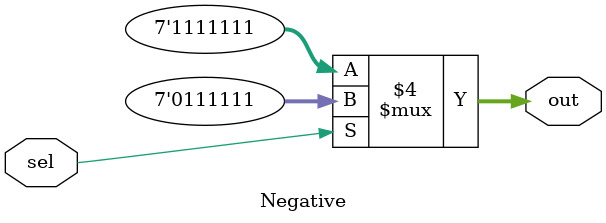
<source format=v>
/*
Author: Kyle Jarvis
Program Name: Negative
Creation Date: 3/6/24
Date Last Updated: 3/6/24
Function: Converts a single value to a 7 bit binary number that can be represented on a HEX
Method: if the input is equeal to 1, all but the middle display will turn off
Inputs: sel
Outputs: out, 7 bits wide
Comments:
*/

module Negative(
input [0:0]sel,
output reg [6:0]out);


always@(sel)
	begin
//sets display to show negative
	if(sel == 1)
	begin
		out = 7'b0111111;
	end
 //sets display to show nothing
   else
	begin
		out = 7'b1111111;
	end

end

endmodule

</source>
